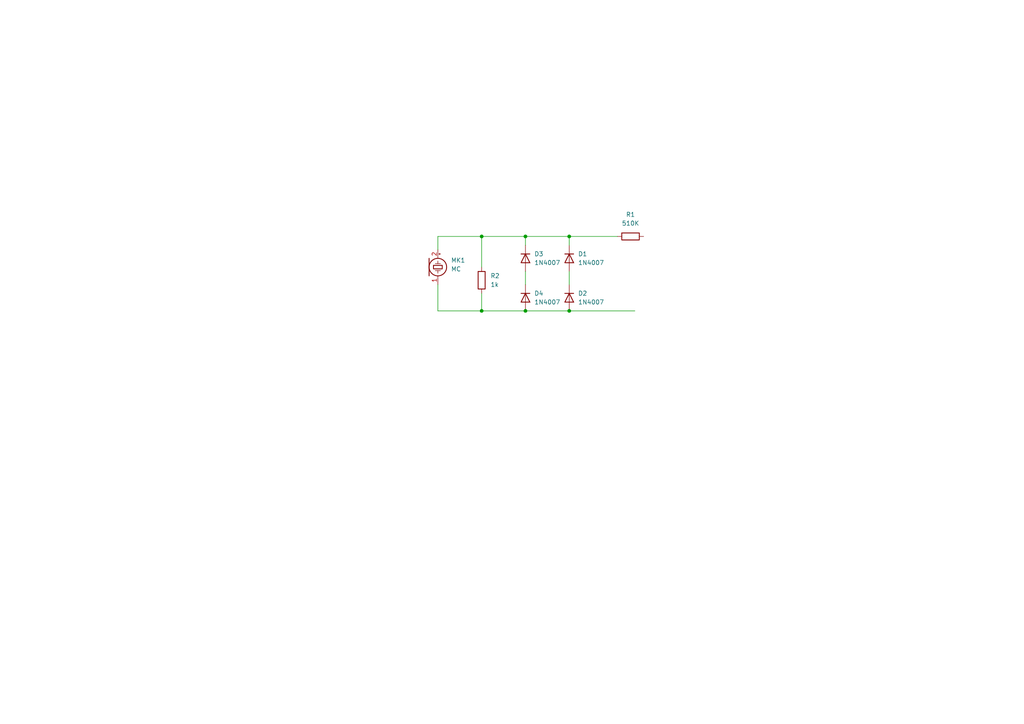
<source format=kicad_sch>
(kicad_sch
	(version 20250114)
	(generator "eeschema")
	(generator_version "9.0")
	(uuid "8d491555-d139-4986-8f1f-77f70f9acb1c")
	(paper "A4")
	(lib_symbols
		(symbol "Device:Microphone_Ultrasound"
			(pin_names
				(offset 0.0254)
				(hide yes)
			)
			(exclude_from_sim no)
			(in_bom yes)
			(on_board yes)
			(property "Reference" "MK"
				(at -3.81 1.143 0)
				(effects
					(font
						(size 1.27 1.27)
					)
					(justify right)
				)
			)
			(property "Value" "Microphone_Ultrasound"
				(at -3.81 -0.762 0)
				(effects
					(font
						(size 1.27 1.27)
					)
					(justify right)
				)
			)
			(property "Footprint" ""
				(at 1.27 -1.778 90)
				(effects
					(font
						(size 1.27 1.27)
					)
					(justify left)
					(hide yes)
				)
			)
			(property "Datasheet" "~"
				(at 0 2.54 90)
				(effects
					(font
						(size 1.27 1.27)
					)
					(hide yes)
				)
			)
			(property "Description" "Ultrasound receiver"
				(at 0 0 0)
				(effects
					(font
						(size 1.27 1.27)
					)
					(hide yes)
				)
			)
			(property "ki_keywords" "microphone ultrasound crystal"
				(at 0 0 0)
				(effects
					(font
						(size 1.27 1.27)
					)
					(hide yes)
				)
			)
			(symbol "Microphone_Ultrasound_0_1"
				(polyline
					(pts
						(xy -2.54 2.54) (xy -2.54 -2.54)
					)
					(stroke
						(width 0.254)
						(type default)
					)
					(fill
						(type none)
					)
				)
				(rectangle
					(start -1.27 0.508)
					(end 1.27 -0.508)
					(stroke
						(width 0.254)
						(type default)
					)
					(fill
						(type none)
					)
				)
				(polyline
					(pts
						(xy -0.762 1.016) (xy 0.762 1.016)
					)
					(stroke
						(width 0)
						(type default)
					)
					(fill
						(type none)
					)
				)
				(polyline
					(pts
						(xy -0.762 -1.016) (xy 0.762 -1.016)
					)
					(stroke
						(width 0)
						(type default)
					)
					(fill
						(type none)
					)
				)
				(polyline
					(pts
						(xy 0 1.016) (xy 0 1.778)
					)
					(stroke
						(width 0)
						(type default)
					)
					(fill
						(type none)
					)
				)
				(circle
					(center 0 0)
					(radius 2.54)
					(stroke
						(width 0.254)
						(type default)
					)
					(fill
						(type none)
					)
				)
				(polyline
					(pts
						(xy 0 -1.016) (xy 0 -1.778)
					)
					(stroke
						(width 0)
						(type default)
					)
					(fill
						(type none)
					)
				)
				(polyline
					(pts
						(xy 0.254 3.81) (xy 0.762 3.81)
					)
					(stroke
						(width 0)
						(type default)
					)
					(fill
						(type none)
					)
				)
				(polyline
					(pts
						(xy 0.508 4.064) (xy 0.508 3.556)
					)
					(stroke
						(width 0)
						(type default)
					)
					(fill
						(type none)
					)
				)
			)
			(symbol "Microphone_Ultrasound_1_1"
				(pin passive line
					(at 0 5.08 270)
					(length 2.54)
					(name "+"
						(effects
							(font
								(size 1.27 1.27)
							)
						)
					)
					(number "2"
						(effects
							(font
								(size 1.27 1.27)
							)
						)
					)
				)
				(pin passive line
					(at 0 -5.08 90)
					(length 2.54)
					(name "-"
						(effects
							(font
								(size 1.27 1.27)
							)
						)
					)
					(number "1"
						(effects
							(font
								(size 1.27 1.27)
							)
						)
					)
				)
			)
			(embedded_fonts no)
		)
		(symbol "Device:R"
			(pin_numbers
				(hide yes)
			)
			(pin_names
				(offset 0)
			)
			(exclude_from_sim no)
			(in_bom yes)
			(on_board yes)
			(property "Reference" "R"
				(at 2.032 0 90)
				(effects
					(font
						(size 1.27 1.27)
					)
				)
			)
			(property "Value" "R"
				(at 0 0 90)
				(effects
					(font
						(size 1.27 1.27)
					)
				)
			)
			(property "Footprint" ""
				(at -1.778 0 90)
				(effects
					(font
						(size 1.27 1.27)
					)
					(hide yes)
				)
			)
			(property "Datasheet" "~"
				(at 0 0 0)
				(effects
					(font
						(size 1.27 1.27)
					)
					(hide yes)
				)
			)
			(property "Description" "Resistor"
				(at 0 0 0)
				(effects
					(font
						(size 1.27 1.27)
					)
					(hide yes)
				)
			)
			(property "ki_keywords" "R res resistor"
				(at 0 0 0)
				(effects
					(font
						(size 1.27 1.27)
					)
					(hide yes)
				)
			)
			(property "ki_fp_filters" "R_*"
				(at 0 0 0)
				(effects
					(font
						(size 1.27 1.27)
					)
					(hide yes)
				)
			)
			(symbol "R_0_1"
				(rectangle
					(start -1.016 -2.54)
					(end 1.016 2.54)
					(stroke
						(width 0.254)
						(type default)
					)
					(fill
						(type none)
					)
				)
			)
			(symbol "R_1_1"
				(pin passive line
					(at 0 3.81 270)
					(length 1.27)
					(name "~"
						(effects
							(font
								(size 1.27 1.27)
							)
						)
					)
					(number "1"
						(effects
							(font
								(size 1.27 1.27)
							)
						)
					)
				)
				(pin passive line
					(at 0 -3.81 90)
					(length 1.27)
					(name "~"
						(effects
							(font
								(size 1.27 1.27)
							)
						)
					)
					(number "2"
						(effects
							(font
								(size 1.27 1.27)
							)
						)
					)
				)
			)
			(embedded_fonts no)
		)
		(symbol "Diode:1N4007"
			(pin_numbers
				(hide yes)
			)
			(pin_names
				(hide yes)
			)
			(exclude_from_sim no)
			(in_bom yes)
			(on_board yes)
			(property "Reference" "D"
				(at 0 2.54 0)
				(effects
					(font
						(size 1.27 1.27)
					)
				)
			)
			(property "Value" "1N4007"
				(at 0 -2.54 0)
				(effects
					(font
						(size 1.27 1.27)
					)
				)
			)
			(property "Footprint" "Diode_THT:D_DO-41_SOD81_P10.16mm_Horizontal"
				(at 0 -4.445 0)
				(effects
					(font
						(size 1.27 1.27)
					)
					(hide yes)
				)
			)
			(property "Datasheet" "http://www.vishay.com/docs/88503/1n4001.pdf"
				(at 0 0 0)
				(effects
					(font
						(size 1.27 1.27)
					)
					(hide yes)
				)
			)
			(property "Description" "1000V 1A General Purpose Rectifier Diode, DO-41"
				(at 0 0 0)
				(effects
					(font
						(size 1.27 1.27)
					)
					(hide yes)
				)
			)
			(property "Sim.Device" "D"
				(at 0 0 0)
				(effects
					(font
						(size 1.27 1.27)
					)
					(hide yes)
				)
			)
			(property "Sim.Pins" "1=K 2=A"
				(at 0 0 0)
				(effects
					(font
						(size 1.27 1.27)
					)
					(hide yes)
				)
			)
			(property "ki_keywords" "diode"
				(at 0 0 0)
				(effects
					(font
						(size 1.27 1.27)
					)
					(hide yes)
				)
			)
			(property "ki_fp_filters" "D*DO?41*"
				(at 0 0 0)
				(effects
					(font
						(size 1.27 1.27)
					)
					(hide yes)
				)
			)
			(symbol "1N4007_0_1"
				(polyline
					(pts
						(xy -1.27 1.27) (xy -1.27 -1.27)
					)
					(stroke
						(width 0.254)
						(type default)
					)
					(fill
						(type none)
					)
				)
				(polyline
					(pts
						(xy 1.27 1.27) (xy 1.27 -1.27) (xy -1.27 0) (xy 1.27 1.27)
					)
					(stroke
						(width 0.254)
						(type default)
					)
					(fill
						(type none)
					)
				)
				(polyline
					(pts
						(xy 1.27 0) (xy -1.27 0)
					)
					(stroke
						(width 0)
						(type default)
					)
					(fill
						(type none)
					)
				)
			)
			(symbol "1N4007_1_1"
				(pin passive line
					(at -3.81 0 0)
					(length 2.54)
					(name "K"
						(effects
							(font
								(size 1.27 1.27)
							)
						)
					)
					(number "1"
						(effects
							(font
								(size 1.27 1.27)
							)
						)
					)
				)
				(pin passive line
					(at 3.81 0 180)
					(length 2.54)
					(name "A"
						(effects
							(font
								(size 1.27 1.27)
							)
						)
					)
					(number "2"
						(effects
							(font
								(size 1.27 1.27)
							)
						)
					)
				)
			)
			(embedded_fonts no)
		)
	)
	(junction
		(at 165.1 90.17)
		(diameter 0)
		(color 0 0 0 0)
		(uuid "1d0e4903-7dfa-429c-b7bb-41be64a5436f")
	)
	(junction
		(at 165.1 68.58)
		(diameter 0)
		(color 0 0 0 0)
		(uuid "29779889-6d3a-4199-9f35-9294646cbe06")
	)
	(junction
		(at 139.7 68.58)
		(diameter 0)
		(color 0 0 0 0)
		(uuid "b2c53456-3727-4ae2-ae64-f5f2db71b250")
	)
	(junction
		(at 139.7 90.17)
		(diameter 0)
		(color 0 0 0 0)
		(uuid "cdde1861-153a-4d1f-9737-9cf78bb13391")
	)
	(junction
		(at 152.4 68.58)
		(diameter 0)
		(color 0 0 0 0)
		(uuid "ce75fa1a-2d03-4708-a757-fcb366d7d3df")
	)
	(junction
		(at 152.4 90.17)
		(diameter 0)
		(color 0 0 0 0)
		(uuid "e00f5807-39ba-41e6-9733-b40499869a36")
	)
	(wire
		(pts
			(xy 127 82.55) (xy 127 90.17)
		)
		(stroke
			(width 0)
			(type default)
		)
		(uuid "2b31ea00-d3eb-4e6b-91e3-ce2b7db9a00e")
	)
	(wire
		(pts
			(xy 139.7 68.58) (xy 139.7 77.47)
		)
		(stroke
			(width 0)
			(type default)
		)
		(uuid "3a1d08d5-30d7-4d33-9fad-fbfc4b3d2b8f")
	)
	(wire
		(pts
			(xy 152.4 90.17) (xy 165.1 90.17)
		)
		(stroke
			(width 0)
			(type default)
		)
		(uuid "4940ad9f-5df0-4ab4-a405-8dfc3fa22224")
	)
	(wire
		(pts
			(xy 139.7 68.58) (xy 127 68.58)
		)
		(stroke
			(width 0)
			(type default)
		)
		(uuid "49f79390-6a85-42b8-bfe6-fa627030877e")
	)
	(wire
		(pts
			(xy 165.1 68.58) (xy 165.1 71.12)
		)
		(stroke
			(width 0)
			(type default)
		)
		(uuid "54172e91-b65a-423e-a06f-e5a278c4383b")
	)
	(wire
		(pts
			(xy 165.1 90.17) (xy 184.15 90.17)
		)
		(stroke
			(width 0)
			(type default)
		)
		(uuid "586f9f94-495c-4a2c-9cb9-6b42773ff68a")
	)
	(wire
		(pts
			(xy 165.1 78.74) (xy 165.1 82.55)
		)
		(stroke
			(width 0)
			(type default)
		)
		(uuid "5b232687-a09d-42ef-b5cc-c70aa0b6f895")
	)
	(wire
		(pts
			(xy 152.4 68.58) (xy 139.7 68.58)
		)
		(stroke
			(width 0)
			(type default)
		)
		(uuid "67ca44a7-372f-4d62-a946-6b14f821de6a")
	)
	(wire
		(pts
			(xy 152.4 68.58) (xy 152.4 71.12)
		)
		(stroke
			(width 0)
			(type default)
		)
		(uuid "aaedc1e5-aaf7-43be-b5f7-1e74d51abd4d")
	)
	(wire
		(pts
			(xy 127 90.17) (xy 139.7 90.17)
		)
		(stroke
			(width 0)
			(type default)
		)
		(uuid "ae6675c4-1b8c-44a2-bec0-3d7165741623")
	)
	(wire
		(pts
			(xy 139.7 90.17) (xy 152.4 90.17)
		)
		(stroke
			(width 0)
			(type default)
		)
		(uuid "bf4bc599-c301-4ed7-b039-d9c36817f017")
	)
	(wire
		(pts
			(xy 179.07 68.58) (xy 165.1 68.58)
		)
		(stroke
			(width 0)
			(type default)
		)
		(uuid "c9b94b88-34d4-40fd-b9c5-ca9c05cc3a01")
	)
	(wire
		(pts
			(xy 165.1 68.58) (xy 152.4 68.58)
		)
		(stroke
			(width 0)
			(type default)
		)
		(uuid "cf6fff69-315b-4753-8eb9-e8c50774b11a")
	)
	(wire
		(pts
			(xy 127 68.58) (xy 127 72.39)
		)
		(stroke
			(width 0)
			(type default)
		)
		(uuid "ef159792-6ef6-4c64-ac1c-09d7be80da97")
	)
	(wire
		(pts
			(xy 139.7 85.09) (xy 139.7 90.17)
		)
		(stroke
			(width 0)
			(type default)
		)
		(uuid "f73eee88-f523-4a73-835f-778810bdac0a")
	)
	(wire
		(pts
			(xy 152.4 78.74) (xy 152.4 82.55)
		)
		(stroke
			(width 0)
			(type default)
		)
		(uuid "fdc97b5c-f99d-47c7-a4fc-17cfc76d821f")
	)
	(symbol
		(lib_id "Diode:1N4007")
		(at 152.4 86.36 270)
		(unit 1)
		(exclude_from_sim no)
		(in_bom yes)
		(on_board yes)
		(dnp no)
		(fields_autoplaced yes)
		(uuid "0fee0720-90f7-47f8-a2d4-a78e7d0ec309")
		(property "Reference" "D4"
			(at 154.94 85.0899 90)
			(effects
				(font
					(size 1.27 1.27)
				)
				(justify left)
			)
		)
		(property "Value" "1N4007"
			(at 154.94 87.6299 90)
			(effects
				(font
					(size 1.27 1.27)
				)
				(justify left)
			)
		)
		(property "Footprint" "Diode_THT:D_DO-41_SOD81_P10.16mm_Horizontal"
			(at 147.955 86.36 0)
			(effects
				(font
					(size 1.27 1.27)
				)
				(hide yes)
			)
		)
		(property "Datasheet" "http://www.vishay.com/docs/88503/1n4001.pdf"
			(at 152.4 86.36 0)
			(effects
				(font
					(size 1.27 1.27)
				)
				(hide yes)
			)
		)
		(property "Description" "1000V 1A General Purpose Rectifier Diode, DO-41"
			(at 152.4 86.36 0)
			(effects
				(font
					(size 1.27 1.27)
				)
				(hide yes)
			)
		)
		(property "Sim.Device" "D"
			(at 152.4 86.36 0)
			(effects
				(font
					(size 1.27 1.27)
				)
				(hide yes)
			)
		)
		(property "Sim.Pins" "1=K 2=A"
			(at 152.4 86.36 0)
			(effects
				(font
					(size 1.27 1.27)
				)
				(hide yes)
			)
		)
		(pin "1"
			(uuid "ddd98957-25af-42eb-8505-8159e6123db3")
		)
		(pin "2"
			(uuid "4377cd61-164f-407a-8fc5-3a29d497c4bf")
		)
		(instances
			(project "Oscilloscope"
				(path "/8d491555-d139-4986-8f1f-77f70f9acb1c"
					(reference "D4")
					(unit 1)
				)
			)
		)
	)
	(symbol
		(lib_id "Device:R")
		(at 182.88 68.58 90)
		(unit 1)
		(exclude_from_sim no)
		(in_bom yes)
		(on_board yes)
		(dnp no)
		(fields_autoplaced yes)
		(uuid "23796412-c56a-44a0-bf88-c933c0763e13")
		(property "Reference" "R1"
			(at 182.88 62.23 90)
			(effects
				(font
					(size 1.27 1.27)
				)
			)
		)
		(property "Value" "510K"
			(at 182.88 64.77 90)
			(effects
				(font
					(size 1.27 1.27)
				)
			)
		)
		(property "Footprint" ""
			(at 182.88 70.358 90)
			(effects
				(font
					(size 1.27 1.27)
				)
				(hide yes)
			)
		)
		(property "Datasheet" "~"
			(at 182.88 68.58 0)
			(effects
				(font
					(size 1.27 1.27)
				)
				(hide yes)
			)
		)
		(property "Description" "Resistor"
			(at 182.88 68.58 0)
			(show_name yes)
			(effects
				(font
					(size 1.27 1.27)
				)
				(hide yes)
			)
		)
		(pin "2"
			(uuid "f656b4dc-fd54-4514-a032-a5b3450cb95f")
		)
		(pin "1"
			(uuid "f9f66827-936b-4837-b25c-c6a5171f8b4f")
		)
		(instances
			(project ""
				(path "/8d491555-d139-4986-8f1f-77f70f9acb1c"
					(reference "R1")
					(unit 1)
				)
			)
		)
	)
	(symbol
		(lib_id "Diode:1N4007")
		(at 165.1 86.36 270)
		(unit 1)
		(exclude_from_sim no)
		(in_bom yes)
		(on_board yes)
		(dnp no)
		(fields_autoplaced yes)
		(uuid "2c1208cc-65f9-41d1-bd02-66f3e82412f4")
		(property "Reference" "D2"
			(at 167.64 85.0899 90)
			(effects
				(font
					(size 1.27 1.27)
				)
				(justify left)
			)
		)
		(property "Value" "1N4007"
			(at 167.64 87.6299 90)
			(effects
				(font
					(size 1.27 1.27)
				)
				(justify left)
			)
		)
		(property "Footprint" "Diode_THT:D_DO-41_SOD81_P10.16mm_Horizontal"
			(at 160.655 86.36 0)
			(effects
				(font
					(size 1.27 1.27)
				)
				(hide yes)
			)
		)
		(property "Datasheet" "http://www.vishay.com/docs/88503/1n4001.pdf"
			(at 165.1 86.36 0)
			(effects
				(font
					(size 1.27 1.27)
				)
				(hide yes)
			)
		)
		(property "Description" "1000V 1A General Purpose Rectifier Diode, DO-41"
			(at 165.1 86.36 0)
			(effects
				(font
					(size 1.27 1.27)
				)
				(hide yes)
			)
		)
		(property "Sim.Device" "D"
			(at 165.1 86.36 0)
			(effects
				(font
					(size 1.27 1.27)
				)
				(hide yes)
			)
		)
		(property "Sim.Pins" "1=K 2=A"
			(at 165.1 86.36 0)
			(effects
				(font
					(size 1.27 1.27)
				)
				(hide yes)
			)
		)
		(pin "1"
			(uuid "77948acd-3d0a-43e5-8c1c-dc6c354bc689")
		)
		(pin "2"
			(uuid "9ac6f74e-cc29-4e89-8481-a221ca3c9725")
		)
		(instances
			(project "Oscilloscope"
				(path "/8d491555-d139-4986-8f1f-77f70f9acb1c"
					(reference "D2")
					(unit 1)
				)
			)
		)
	)
	(symbol
		(lib_id "Diode:1N4007")
		(at 165.1 74.93 270)
		(unit 1)
		(exclude_from_sim no)
		(in_bom yes)
		(on_board yes)
		(dnp no)
		(fields_autoplaced yes)
		(uuid "40bda5c9-1dd6-4b7c-ab6e-be19dbc8a1cb")
		(property "Reference" "D1"
			(at 167.64 73.6599 90)
			(effects
				(font
					(size 1.27 1.27)
				)
				(justify left)
			)
		)
		(property "Value" "1N4007"
			(at 167.64 76.1999 90)
			(effects
				(font
					(size 1.27 1.27)
				)
				(justify left)
			)
		)
		(property "Footprint" "Diode_THT:D_DO-41_SOD81_P10.16mm_Horizontal"
			(at 160.655 74.93 0)
			(effects
				(font
					(size 1.27 1.27)
				)
				(hide yes)
			)
		)
		(property "Datasheet" "http://www.vishay.com/docs/88503/1n4001.pdf"
			(at 165.1 74.93 0)
			(effects
				(font
					(size 1.27 1.27)
				)
				(hide yes)
			)
		)
		(property "Description" "1000V 1A General Purpose Rectifier Diode, DO-41"
			(at 165.1 74.93 0)
			(effects
				(font
					(size 1.27 1.27)
				)
				(hide yes)
			)
		)
		(property "Sim.Device" "D"
			(at 165.1 74.93 0)
			(effects
				(font
					(size 1.27 1.27)
				)
				(hide yes)
			)
		)
		(property "Sim.Pins" "1=K 2=A"
			(at 165.1 74.93 0)
			(effects
				(font
					(size 1.27 1.27)
				)
				(hide yes)
			)
		)
		(pin "1"
			(uuid "1516bc93-8599-474d-9334-cb48c10820d2")
		)
		(pin "2"
			(uuid "54f84a8f-681f-4f65-874a-0c626d1ae865")
		)
		(instances
			(project ""
				(path "/8d491555-d139-4986-8f1f-77f70f9acb1c"
					(reference "D1")
					(unit 1)
				)
			)
		)
	)
	(symbol
		(lib_id "Device:Microphone_Ultrasound")
		(at 127 77.47 0)
		(unit 1)
		(exclude_from_sim no)
		(in_bom yes)
		(on_board yes)
		(dnp no)
		(fields_autoplaced yes)
		(uuid "5b2d9542-94a3-4beb-b01c-dca9cdd57226")
		(property "Reference" "MK1"
			(at 130.81 75.5014 0)
			(effects
				(font
					(size 1.27 1.27)
				)
				(justify left)
			)
		)
		(property "Value" "MC"
			(at 130.81 78.0414 0)
			(effects
				(font
					(size 1.27 1.27)
				)
				(justify left)
			)
		)
		(property "Footprint" ""
			(at 128.27 79.248 90)
			(effects
				(font
					(size 1.27 1.27)
				)
				(justify left)
				(hide yes)
			)
		)
		(property "Datasheet" "~"
			(at 127 74.93 90)
			(effects
				(font
					(size 1.27 1.27)
				)
				(hide yes)
			)
		)
		(property "Description" "Ultrasound receiver"
			(at 127 77.47 0)
			(effects
				(font
					(size 1.27 1.27)
				)
				(hide yes)
			)
		)
		(pin "1"
			(uuid "2ae4348e-9927-4c55-8509-0ddc3e257eb0")
		)
		(pin "2"
			(uuid "c4e0d476-a9c0-4231-80c9-3d57fa1fa359")
		)
		(instances
			(project ""
				(path "/8d491555-d139-4986-8f1f-77f70f9acb1c"
					(reference "MK1")
					(unit 1)
				)
			)
		)
	)
	(symbol
		(lib_id "Device:R")
		(at 139.7 81.28 180)
		(unit 1)
		(exclude_from_sim no)
		(in_bom yes)
		(on_board yes)
		(dnp no)
		(fields_autoplaced yes)
		(uuid "90ba0abe-3bb5-4c34-be57-2aa37d8c1045")
		(property "Reference" "R2"
			(at 142.24 80.0099 0)
			(effects
				(font
					(size 1.27 1.27)
				)
				(justify right)
			)
		)
		(property "Value" "1k"
			(at 142.24 82.5499 0)
			(effects
				(font
					(size 1.27 1.27)
				)
				(justify right)
			)
		)
		(property "Footprint" ""
			(at 141.478 81.28 90)
			(effects
				(font
					(size 1.27 1.27)
				)
				(hide yes)
			)
		)
		(property "Datasheet" "~"
			(at 139.7 81.28 0)
			(effects
				(font
					(size 1.27 1.27)
				)
				(hide yes)
			)
		)
		(property "Description" "Resistor"
			(at 139.7 81.28 0)
			(effects
				(font
					(size 1.27 1.27)
				)
				(hide yes)
			)
		)
		(pin "2"
			(uuid "dca71a32-4c40-4b8d-9872-5ce9293de6da")
		)
		(pin "1"
			(uuid "b7836ec4-5a11-41c2-8bb5-aa02fc841b2f")
		)
		(instances
			(project "Oscilloscope"
				(path "/8d491555-d139-4986-8f1f-77f70f9acb1c"
					(reference "R2")
					(unit 1)
				)
			)
		)
	)
	(symbol
		(lib_id "Diode:1N4007")
		(at 152.4 74.93 270)
		(unit 1)
		(exclude_from_sim no)
		(in_bom yes)
		(on_board yes)
		(dnp no)
		(fields_autoplaced yes)
		(uuid "e9f2ab92-933c-4250-baec-2dd9afcb4abb")
		(property "Reference" "D3"
			(at 154.94 73.6599 90)
			(effects
				(font
					(size 1.27 1.27)
				)
				(justify left)
			)
		)
		(property "Value" "1N4007"
			(at 154.94 76.1999 90)
			(effects
				(font
					(size 1.27 1.27)
				)
				(justify left)
			)
		)
		(property "Footprint" "Diode_THT:D_DO-41_SOD81_P10.16mm_Horizontal"
			(at 147.955 74.93 0)
			(effects
				(font
					(size 1.27 1.27)
				)
				(hide yes)
			)
		)
		(property "Datasheet" "http://www.vishay.com/docs/88503/1n4001.pdf"
			(at 152.4 74.93 0)
			(effects
				(font
					(size 1.27 1.27)
				)
				(hide yes)
			)
		)
		(property "Description" "1000V 1A General Purpose Rectifier Diode, DO-41"
			(at 152.4 74.93 0)
			(effects
				(font
					(size 1.27 1.27)
				)
				(hide yes)
			)
		)
		(property "Sim.Device" "D"
			(at 152.4 74.93 0)
			(effects
				(font
					(size 1.27 1.27)
				)
				(hide yes)
			)
		)
		(property "Sim.Pins" "1=K 2=A"
			(at 152.4 74.93 0)
			(effects
				(font
					(size 1.27 1.27)
				)
				(hide yes)
			)
		)
		(pin "1"
			(uuid "bff62e47-caac-4767-8d12-7450f652fe09")
		)
		(pin "2"
			(uuid "ca935169-a0a0-478c-8b7b-92a3b1e0b04c")
		)
		(instances
			(project "Oscilloscope"
				(path "/8d491555-d139-4986-8f1f-77f70f9acb1c"
					(reference "D3")
					(unit 1)
				)
			)
		)
	)
	(sheet_instances
		(path "/"
			(page "1")
		)
	)
	(embedded_fonts no)
)

</source>
